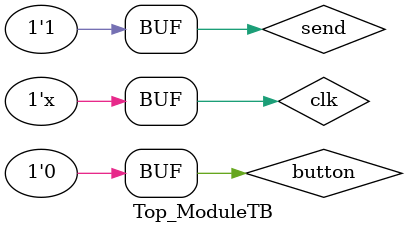
<source format=v>
`timescale 1ns / 1ps


module Top_ModuleTB();
    
    reg clk;
    reg button;
    reg send;
    wire [7:0] letter;
    wire done;
    
    Top_Module DUT(.clk(clk), .button(button), .send(send), .letter(letter), .done(done));
    
    always #1 clk=~clk;
    
    initial begin
        clk = 0;
        button = 0;
        send = 0;
        
        #20 button = 1;  
        #20 button = 0;  //dash
        #20 button = 1;  
        #4 button = 0;  //dot
        #20 button = 1;  
        #20 button = 0; //dash
        #20 send = 1;
                 
        
    end

endmodule

</source>
